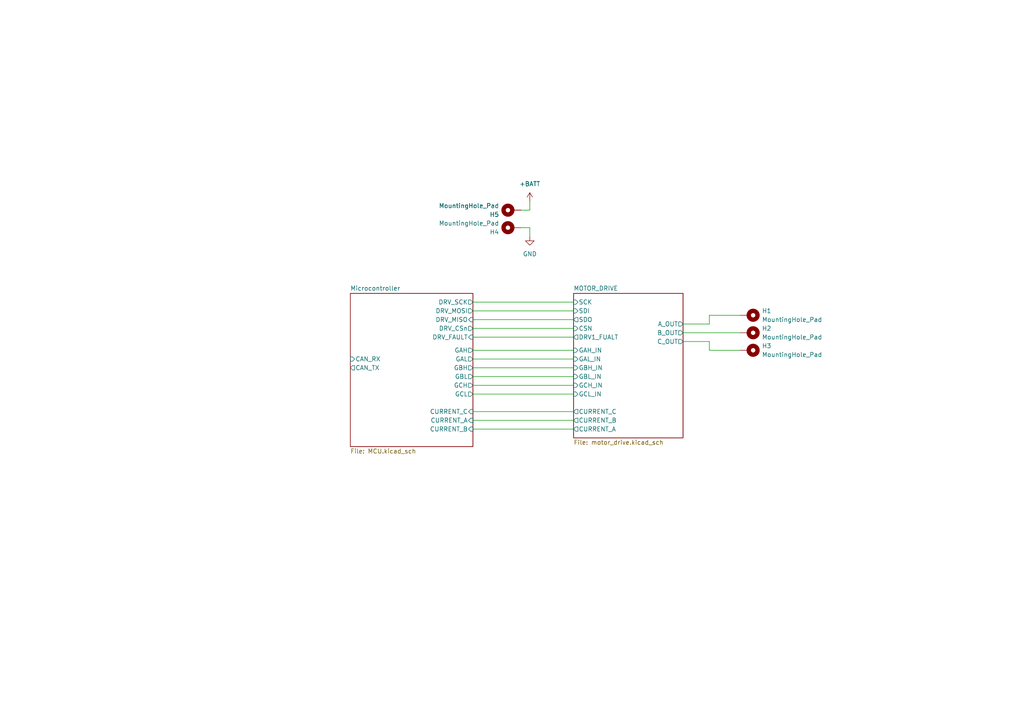
<source format=kicad_sch>
(kicad_sch (version 20230121) (generator eeschema)
  (paper "A4")
  (lib_symbols
    (symbol "Mechanical:MountingHole_Pad" (pin_numbers hide) (pin_names (offset 1.016) hide)
      (property "Reference" "H" (at 0 6.35 0))
      (property "Value" "MountingHole_Pad" (at 0 4.445 0))
      (symbol "MountingHole_Pad_0_1"
        (circle (center 0 1.27) (radius 1.27) (stroke (width 1.27)))
      )
      (symbol "MountingHole_Pad_1_1"
        (pin input line (at 0 -2.54 90) (length 2.54) (name "1") (number "1"))
      )
    )
    (symbol "power:+BATT" (power) (pin_names (offset 0))
      (property "Value" "+BATT" (at 0 3.556 0))
      (symbol "+BATT_0_1"
        (polyline (pts (xy -0.762 1.27) (xy 0 2.54)))
        (polyline (pts (xy 0 0) (xy 0 2.54)))
        (polyline (pts (xy 0 2.54) (xy 0.762 1.27)))
      )
      (symbol "+BATT_1_1"
        (pin power_in line (at 0 0 90) (length 0) hide (name "+BATT") (number "1"))
      )
    )
    (symbol "power:GND" (power) (pin_names (offset 0))
      (property "Value" "GND" (at 0 -3.81 0))
      (symbol "GND_0_1"
        (polyline (pts (xy 0 0) (xy 0 -1.27) (xy 1.27 -1.27) (xy 0 -2.54) (xy -1.27 -1.27) (xy 0 -1.27)))
      )
      (symbol "GND_1_1"
        (pin power_in line (at 0 0 270) (length 0) hide (name "GND") (number "1"))
      )
    )
  )
  (wire (pts (xy 205.74 99.06) (xy 205.74 101.6)))
  (wire (pts (xy 137.16 90.17) (xy 166.37 90.17)))
  (wire (pts (xy 137.16 101.6) (xy 166.37 101.6)))
  (wire (pts (xy 137.16 121.92) (xy 166.37 121.92)))
  (wire (pts (xy 137.16 114.3) (xy 166.37 114.3)))
  (wire (pts (xy 198.12 93.98) (xy 205.74 93.98)))
  (wire (pts (xy 137.16 97.79) (xy 166.37 97.79)))
  (wire (pts (xy 205.74 93.98) (xy 205.74 91.44)))
  (wire (pts (xy 137.16 95.25) (xy 166.37 95.25)))
  (wire (pts (xy 198.12 99.06) (xy 205.74 99.06)))
  (wire (pts (xy 137.16 104.14) (xy 166.37 104.14)))
  (wire (pts (xy 137.16 87.63) (xy 166.37 87.63)))
  (wire (pts (xy 205.74 101.6) (xy 214.63 101.6)))
  (wire (pts (xy 137.16 92.71) (xy 166.37 92.71)))
  (wire (pts (xy 151.13 60.96) (xy 153.67 60.96)))
  (wire (pts (xy 137.16 111.76) (xy 166.37 111.76)))
  (wire (pts (xy 137.16 119.38) (xy 166.37 119.38)))
  (wire (pts (xy 137.16 106.68) (xy 166.37 106.68)))
  (wire (pts (xy 198.12 96.52) (xy 214.63 96.52)))
  (wire (pts (xy 153.67 66.04) (xy 153.67 68.58)))
  (wire (pts (xy 151.13 66.04) (xy 153.67 66.04)))
  (wire (pts (xy 137.16 109.22) (xy 166.37 109.22)))
  (wire (pts (xy 205.74 91.44) (xy 214.63 91.44)))
  (wire (pts (xy 137.16 124.46) (xy 166.37 124.46)))
  (wire (pts (xy 153.67 60.96) (xy 153.67 58.42)))
  (symbol (lib_id "power:+BATT") (at 153.67 58.42 0) (unit 1)
    (property "Reference" "#PWR036" (effects hide))
    (property "Value" "+BATT" (at 153.67 53.34 0))
  )
  (symbol (lib_id "power:GND") (at 153.67 68.58 0) (unit 1)
    (property "Reference" "#PWR035" (effects hide))
    (property "Value" "GND" (at 153.67 73.66 0))
  )
  (symbol (lib_id "Mechanical:MountingHole_Pad") (at 217.17 96.52 270) (unit 1)
    (property "Reference" "H2" (at 220.98 95.25 90) (effects (justify left)))
    (property "Value" "MountingHole_Pad" (at 220.98 97.79 90) (effects (justify left)))
    (property "Footprint" "Pas:Pad_3x4" (effects hide))
  )
  (symbol (lib_id "Mechanical:MountingHole_Pad") (at 217.17 91.44 270) (unit 1)
    (property "Reference" "H1" (at 220.98 90.17 90) (effects (justify left)))
    (property "Value" "MountingHole_Pad" (at 220.98 92.71 90) (effects (justify left)))
    (property "Footprint" "Pas:Pad_3x4" (effects hide))
  )
  (symbol (lib_id "Mechanical:MountingHole_Pad") (at 217.17 101.6 270) (unit 1)
    (property "Reference" "H3" (at 220.98 100.33 90) (effects (justify left)))
    (property "Value" "MountingHole_Pad" (at 220.98 102.87 90) (effects (justify left)))
    (property "Footprint" "Pas:Pad_3x4" (effects hide))
  )
  (symbol (lib_id "Mechanical:MountingHole_Pad") (at 148.59 66.04 90) (unit 1)
    (property "Reference" "H4" (at 144.78 67.31 90) (effects (justify left)))
    (property "Value" "MountingHole_Pad" (at 144.78 64.77 90) (effects (justify left)))
    (property "Footprint" "Pas:Pad_THT_3x4" (effects hide))
  )
  (symbol (lib_id "Mechanical:MountingHole_Pad") (at 148.59 60.96 90) (unit 1)
    (property "Reference" "H5" (at 144.78 62.23 90) (effects (justify left)))
    (property "Value" "MountingHole_Pad" (at 144.78 59.69 90) (effects (justify left)))
    (property "Footprint" "Pas:Pad_THT_3x4" (effects hide))
  )
  (sheet (at 166.37 85.09) (size 31.75 41.91) (stroke (width 0.1524))
    (property "Sheetname" "MOTOR_DRIVE" (at 166.37 84.3784 0) (effects (justify left bottom)))
    (property "Sheetfile" "motor_drive.kicad_sch" (at 166.37 127.5846 0) (effects (justify left top)))
    (pin "A_OUT" output (at 198.12 93.98 0))
    (pin "C_OUT" output (at 198.12 99.06 0))
    (pin "B_OUT" output (at 198.12 96.52 0))
    (pin "CURRENT_A" output (at 166.37 124.46 180))
    (pin "CURRENT_B" output (at 166.37 121.92 180))
    (pin "CURRENT_C" output (at 166.37 119.38 180))
    (pin "GAL_IN" input (at 166.37 104.14 180))
    (pin "GBL_IN" input (at 166.37 109.22 180))
    (pin "GCH_IN" input (at 166.37 111.76 180))
    (pin "GBH_IN" input (at 166.37 106.68 180))
    (pin "GCL_IN" input (at 166.37 114.3 180))
    (pin "SDI" input (at 166.37 90.17 180))
    (pin "SCK" input (at 166.37 87.63 180))
    (pin "CSN" input (at 166.37 95.25 180))
    (pin "GAH_IN" input (at 166.37 101.6 180))
    (pin "DRV1_FUALT" output (at 166.37 97.79 180))
    (pin "SDO" output (at 166.37 92.71 180))
  )
  (sheet (at 101.6 85.09) (size 35.56 44.45) (stroke (width 0.1524))
    (property "Sheetname" "Microcontroller" (at 101.6 84.3784 0) (effects (justify left bottom)))
    (property "Sheetfile" "MCU.kicad_sch" (at 101.6 130.1246 0) (effects (justify left top)))
    (pin "DRV_CSn" output (at 137.16 95.25 0))
    (pin "DRV_FAULT" input (at 137.16 97.79 0))
    (pin "GAL" output (at 137.16 104.14 0))
    (pin "GAH" output (at 137.16 101.6 0))
    (pin "DRV_MOSI" output (at 137.16 90.17 0))
    (pin "DRV_SCK" output (at 137.16 87.63 0))
    (pin "DRV_MISO" input (at 137.16 92.71 0))
    (pin "GCL" output (at 137.16 114.3 0))
    (pin "CURRENT_B" input (at 137.16 124.46 0))
    (pin "CURRENT_A" input (at 137.16 121.92 0))
    (pin "CURRENT_C" input (at 137.16 119.38 0))
    (pin "GCH" output (at 137.16 111.76 0))
    (pin "GBL" output (at 137.16 109.22 0))
    (pin "GBH" output (at 137.16 106.68 0))
    (pin "CAN_TX" output (at 101.6 106.68 180))
    (pin "CAN_RX" input (at 101.6 104.14 180))
  )
)
</source>
